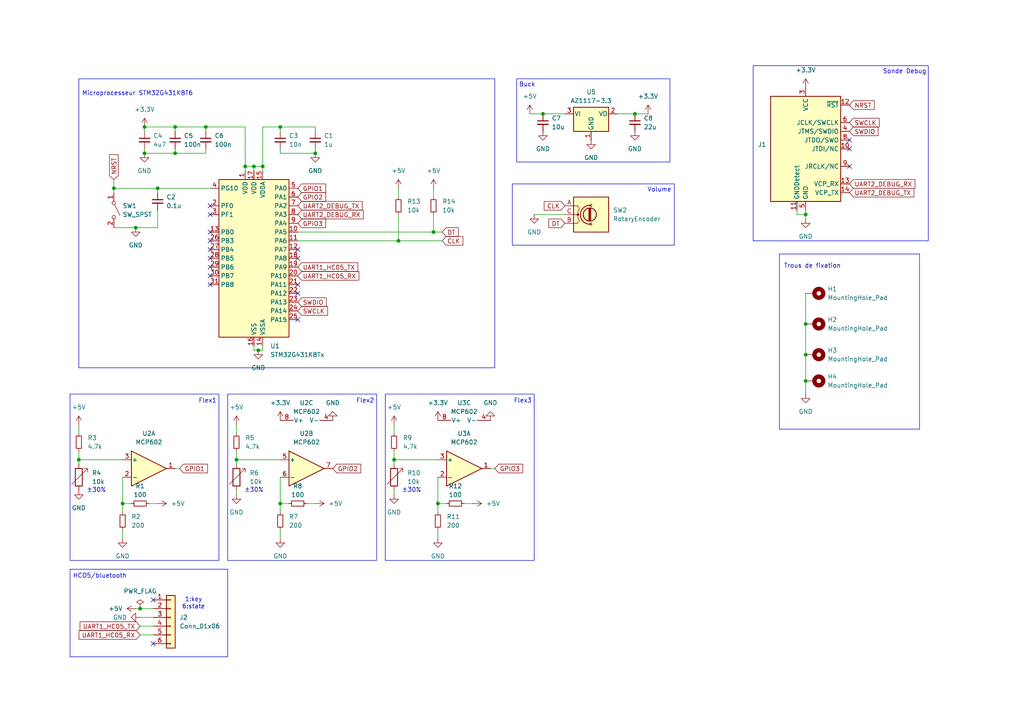
<source format=kicad_sch>
(kicad_sch (version 20231120) (generator "eeschema") (generator_version "8.0")
  (paper "A4")
  (lib_symbols
    (symbol "+5V_1" (power) (pin_numbers hide) (pin_names (offset 0) hide)
      (property "Value" "+5V" (at 0 3.556 0))
      (symbol "+5V_1_0_1"
        (polyline (pts (xy -0.762 1.27) (xy 0 2.54)))
        (polyline (pts (xy 0 0) (xy 0 2.54)))
        (polyline (pts (xy 0 2.54) (xy 0.762 1.27)))
      )
      (symbol "+5V_1_1_1"
        (pin power_in line (at 0 0 90) (length 0) (name "~") (number "1"))
      )
    )
    (symbol "Amplifier_Operational:MCP602" (pin_names (offset 0.127))
      (property "Reference" "U" (at 0 5.08 0))
      (property "Value" "MCP602" (at 0 -5.08 0))
      (symbol "MCP602_1_1"
        (polyline (pts (xy -5.08 5.08) (xy 5.08 0) (xy -5.08 -5.08) (xy -5.08 5.08)) (stroke (width 0.254)) (fill (type background)))
        (pin output line (at 7.62 0 180) (length 2.54) (name "~") (number "1"))
        (pin input line (at -7.62 -2.54 0) (length 2.54) (name "-") (number "2"))
        (pin input line (at -7.62 2.54 0) (length 2.54) (name "+") (number "3"))
      )
      (symbol "MCP602_2_1"
        (polyline (pts (xy -5.08 5.08) (xy 5.08 0) (xy -5.08 -5.08) (xy -5.08 5.08)) (stroke (width 0.254)) (fill (type background)))
        (pin input line (at -7.62 2.54 0) (length 2.54) (name "+") (number "5"))
        (pin input line (at -7.62 -2.54 0) (length 2.54) (name "-") (number "6"))
        (pin output line (at 7.62 0 180) (length 2.54) (name "~") (number "7"))
      )
      (symbol "MCP602_3_1"
        (pin power_in line (at -2.54 -7.62 90) (length 3.81) (name "V-") (number "4"))
        (pin power_in line (at -2.54 7.62 270) (length 3.81) (name "V+") (number "8"))
      )
    )
    (symbol "Connector:Conn_ST_STDC14"
      (property "Reference" "J" (at -8.89 16.51 0))
      (property "Value" "Conn_ST_STDC14" (at 17.78 16.51 0))
      (symbol "Conn_ST_STDC14_0_1"
        (rectangle (start -10.16 15.24) (end 10.16 -15.24) (stroke (width 0.254)) (fill (type background)))
      )
      (symbol "Conn_ST_STDC14_1_1"
        (pin no_connect line (at -10.16 5.08 0) (length 2.54) hide (name "NC") (number "1"))
        (pin output line (at 12.7 0 180) (length 2.54) (name "JTDI/NC") (number "10"))
        (pin passive line (at -2.54 -17.78 90) (length 2.54) (name "GNDDetect") (number "11"))
        (pin open_collector line (at 12.7 12.7 180) (length 2.54) (name "~{RST}") (number "12"))
        (pin output line (at 12.7 -10.16 180) (length 2.54) (name "VCP_RX") (number "13"))
        (pin input line (at 12.7 -12.7 180) (length 2.54) (name "VCP_TX") (number "14"))
        (pin no_connect line (at -10.16 2.54 0) (length 2.54) hide (name "NC") (number "2"))
        (pin power_in line (at 0 17.78 270) (length 2.54) (name "VCC") (number "3"))
        (pin bidirectional line (at 12.7 5.08 180) (length 2.54) (name "JTMS/SWDIO") (number "4"))
        (pin power_in line (at 0 -17.78 90) (length 2.54) (name "GND") (number "5"))
        (pin output line (at 12.7 7.62 180) (length 2.54) (name "JCLK/SWCLK") (number "6"))
        (pin passive line (at 0 -17.78 90) (length 2.54) hide (name "GND") (number "7"))
        (pin input line (at 12.7 2.54 180) (length 2.54) (name "JTDO/SWO") (number "8"))
        (pin input line (at 12.7 -5.08 180) (length 2.54) (name "JRCLK/NC") (number "9"))
      )
    )
    (symbol "Connector_Generic:Conn_01x06" (pin_names (offset 1.016) hide)
      (property "Reference" "J" (at 0 7.62 0))
      (property "Value" "Conn_01x06" (at 0 -10.16 0))
      (symbol "Conn_01x06_1_1"
        (rectangle (start -1.27 -7.493) (end 0 -7.747) (stroke (width 0.1524)))
        (rectangle (start -1.27 -4.953) (end 0 -5.207) (stroke (width 0.1524)))
        (rectangle (start -1.27 -2.413) (end 0 -2.667) (stroke (width 0.1524)))
        (rectangle (start -1.27 0.127) (end 0 -0.127) (stroke (width 0.1524)))
        (rectangle (start -1.27 2.667) (end 0 2.413) (stroke (width 0.1524)))
        (rectangle (start -1.27 5.207) (end 0 4.953) (stroke (width 0.1524)))
        (rectangle (start -1.27 6.35) (end 1.27 -8.89) (stroke (width 0.254)) (fill (type background)))
        (pin passive line (at -5.08 5.08 0) (length 3.81) (name "Pin_1") (number "1"))
        (pin passive line (at -5.08 2.54 0) (length 3.81) (name "Pin_2") (number "2"))
        (pin passive line (at -5.08 0 0) (length 3.81) (name "Pin_3") (number "3"))
        (pin passive line (at -5.08 -2.54 0) (length 3.81) (name "Pin_4") (number "4"))
        (pin passive line (at -5.08 -5.08 0) (length 3.81) (name "Pin_5") (number "5"))
        (pin passive line (at -5.08 -7.62 0) (length 3.81) (name "Pin_6") (number "6"))
      )
    )
    (symbol "Device:C_Small" (pin_numbers hide) (pin_names (offset 0.254) hide)
      (property "Reference" "C" (at 0.254 1.778 0))
      (property "Value" "C_Small" (at 0.254 -2.032 0))
      (symbol "C_Small_0_1"
        (polyline (pts (xy -1.524 -0.508) (xy 1.524 -0.508)) (stroke (width 0.3302)))
        (polyline (pts (xy -1.524 0.508) (xy 1.524 0.508)) (stroke (width 0.3048)))
      )
      (symbol "C_Small_1_1"
        (pin passive line (at 0 2.54 270) (length 2.032) (name "~") (number "1"))
        (pin passive line (at 0 -2.54 90) (length 2.032) (name "~") (number "2"))
      )
    )
    (symbol "Device:R_Small" (pin_numbers hide) (pin_names (offset 0.254) hide)
      (property "Reference" "R" (at 0.762 0.508 0))
      (property "Value" "R_Small" (at 0.762 -1.016 0))
      (symbol "R_Small_0_1"
        (rectangle (start -0.762 1.778) (end 0.762 -1.778) (stroke (width 0.2032)))
      )
      (symbol "R_Small_1_1"
        (pin passive line (at 0 2.54 270) (length 0.762) (name "~") (number "1"))
        (pin passive line (at 0 -2.54 90) (length 0.762) (name "~") (number "2"))
      )
    )
    (symbol "Device:R_Variable" (pin_numbers hide) (pin_names (offset 0))
      (property "Reference" "R" (at 2.54 -2.54 90))
      (property "Value" "R_Variable" (at -2.54 -1.27 90))
      (symbol "R_Variable_0_1"
        (rectangle (start -1.016 -2.54) (end 1.016 2.54) (stroke (width 0.254)))
        (polyline (pts (xy 2.54 1.524) (xy 2.54 2.54) (xy 1.524 2.54) (xy 2.54 2.54) (xy -2.032 -2.032)))
      )
      (symbol "R_Variable_1_1"
        (pin passive line (at 0 3.81 270) (length 1.27) (name "~") (number "1"))
        (pin passive line (at 0 -3.81 90) (length 1.27) (name "~") (number "2"))
      )
    )
    (symbol "Device:RotaryEncoder" (pin_names (offset 0.254) hide)
      (property "Reference" "SW" (at 0 6.604 0))
      (property "Value" "RotaryEncoder" (at 0 -6.604 0))
      (symbol "RotaryEncoder_0_1"
        (rectangle (start -5.08 5.08) (end 5.08 -5.08) (stroke (width 0.254)) (fill (type background)))
        (circle (center -3.81 0) (radius 0.254) (fill (type outline)))
        (circle (center -0.381 0) (radius 1.905) (stroke (width 0.254)))
        (arc (start -0.381 2.667) (mid -3.0988 -0.0635) (end -0.381 -2.794) (stroke (width 0.254)))
        (polyline (pts (xy -0.635 -1.778) (xy -0.635 1.778)) (stroke (width 0.254)))
        (polyline (pts (xy -0.381 -1.778) (xy -0.381 1.778)) (stroke (width 0.254)))
        (polyline (pts (xy -0.127 1.778) (xy -0.127 -1.778)) (stroke (width 0.254)))
        (polyline (pts (xy -5.08 -2.54) (xy -3.81 -2.54) (xy -3.81 -2.032)))
        (polyline (pts (xy -5.08 2.54) (xy -3.81 2.54) (xy -3.81 2.032)))
        (polyline (pts (xy 0.254 -3.048) (xy -0.508 -2.794) (xy 0.127 -2.413)) (stroke (width 0.254)))
        (polyline (pts (xy 0.254 2.921) (xy -0.508 2.667) (xy 0.127 2.286)) (stroke (width 0.254)))
        (polyline (pts (xy -5.08 0) (xy -3.81 0) (xy -3.81 -1.016) (xy -3.302 -2.032)))
        (polyline (pts (xy -4.318 0) (xy -3.81 0) (xy -3.81 1.016) (xy -3.302 2.032)))
      )
      (symbol "RotaryEncoder_1_1"
        (pin passive line (at -7.62 2.54 0) (length 2.54) (name "A") (number "A"))
        (pin passive line (at -7.62 -2.54 0) (length 2.54) (name "B") (number "B"))
        (pin passive line (at -7.62 0 0) (length 2.54) (name "C") (number "C"))
      )
    )
    (symbol "GND_2" (power) (pin_numbers hide) (pin_names (offset 0) hide)
      (property "Value" "GND" (at 0 -3.81 0))
      (symbol "GND_2_0_1"
        (polyline (pts (xy 0 0) (xy 0 -1.27) (xy 1.27 -1.27) (xy 0 -2.54) (xy -1.27 -1.27) (xy 0 -1.27)))
      )
      (symbol "GND_2_1_1"
        (pin power_in line (at 0 0 270) (length 0) (name "~") (number "1"))
      )
    )
    (symbol "MCU_ST_STM32G4:STM32G431KBTx"
      (property "Reference" "U" (at -10.16 24.13 0))
      (property "Value" "STM32G431KBTx" (at 5.08 24.13 0))
      (symbol "STM32G431KBTx_0_1"
        (rectangle (start -10.16 -22.86) (end 10.16 22.86) (stroke (width 0.254)) (fill (type background)))
      )
      (symbol "STM32G431KBTx_1_1"
        (pin power_in line (at -2.54 25.4 270) (length 2.54) (name "VDD") (number "1"))
        (pin bidirectional line (at 12.7 7.62 180) (length 2.54) (name "PA5") (number "10"))
        (pin bidirectional line (at 12.7 5.08 180) (length 2.54) (name "PA6") (number "11"))
        (pin bidirectional line (at 12.7 2.54 180) (length 2.54) (name "PA7") (number "12"))
        (pin bidirectional line (at -12.7 7.62 0) (length 2.54) (name "PB0") (number "13"))
        (pin power_in line (at 2.54 -25.4 90) (length 2.54) (name "VSSA") (number "14"))
        (pin power_in line (at 2.54 25.4 270) (length 2.54) (name "VDDA") (number "15"))
        (pin power_in line (at 0 -25.4 90) (length 2.54) (name "VSS") (number "16"))
        (pin power_in line (at 0 25.4 270) (length 2.54) (name "VDD") (number "17"))
        (pin bidirectional line (at 12.7 0 180) (length 2.54) (name "PA8") (number "18"))
        (pin bidirectional line (at 12.7 -2.54 180) (length 2.54) (name "PA9") (number "19"))
        (pin bidirectional line (at -12.7 15.24 0) (length 2.54) (name "PF0") (number "2"))
        (pin bidirectional line (at 12.7 -5.08 180) (length 2.54) (name "PA10") (number "20"))
        (pin bidirectional line (at 12.7 -7.62 180) (length 2.54) (name "PA11") (number "21"))
        (pin bidirectional line (at 12.7 -10.16 180) (length 2.54) (name "PA12") (number "22"))
        (pin bidirectional line (at 12.7 -12.7 180) (length 2.54) (name "PA13") (number "23"))
        (pin bidirectional line (at 12.7 -15.24 180) (length 2.54) (name "PA14") (number "24"))
        (pin bidirectional line (at 12.7 -17.78 180) (length 2.54) (name "PA15") (number "25"))
        (pin bidirectional line (at -12.7 5.08 0) (length 2.54) (name "PB3") (number "26"))
        (pin bidirectional line (at -12.7 2.54 0) (length 2.54) (name "PB4") (number "27"))
        (pin bidirectional line (at -12.7 0 0) (length 2.54) (name "PB5") (number "28"))
        (pin bidirectional line (at -12.7 -2.54 0) (length 2.54) (name "PB6") (number "29"))
        (pin bidirectional line (at -12.7 12.7 0) (length 2.54) (name "PF1") (number "3"))
        (pin bidirectional line (at -12.7 -5.08 0) (length 2.54) (name "PB7") (number "30"))
        (pin bidirectional line (at -12.7 -7.62 0) (length 2.54) (name "PB8") (number "31"))
        (pin passive line (at 0 -25.4 90) (length 2.54) hide (name "VSS") (number "32"))
        (pin bidirectional line (at -12.7 20.32 0) (length 2.54) (name "PG10") (number "4"))
        (pin bidirectional line (at 12.7 20.32 180) (length 2.54) (name "PA0") (number "5"))
        (pin bidirectional line (at 12.7 17.78 180) (length 2.54) (name "PA1") (number "6"))
        (pin bidirectional line (at 12.7 15.24 180) (length 2.54) (name "PA2") (number "7"))
        (pin bidirectional line (at 12.7 12.7 180) (length 2.54) (name "PA3") (number "8"))
        (pin bidirectional line (at 12.7 10.16 180) (length 2.54) (name "PA4") (number "9"))
      )
    )
    (symbol "Mechanical:MountingHole_Pad" (pin_numbers hide) (pin_names (offset 1.016) hide)
      (property "Reference" "H" (at 0 6.35 0))
      (property "Value" "MountingHole_Pad" (at 0 4.445 0))
      (symbol "MountingHole_Pad_0_1"
        (circle (center 0 1.27) (radius 1.27) (stroke (width 1.27)))
      )
      (symbol "MountingHole_Pad_1_1"
        (pin input line (at 0 -2.54 90) (length 2.54) (name "1") (number "1"))
      )
    )
    (symbol "Regulator_Linear:AZ1117-3.3" (pin_names (offset 0.254))
      (property "Reference" "U" (at -3.81 3.175 0))
      (property "Value" "AZ1117-3.3" (at 0 3.175 0))
      (symbol "AZ1117-3.3_0_1"
        (rectangle (start -5.08 1.905) (end 5.08 -5.08) (stroke (width 0.254)) (fill (type background)))
      )
      (symbol "AZ1117-3.3_1_1"
        (pin power_in line (at 0 -7.62 90) (length 2.54) (name "GND") (number "1"))
        (pin power_out line (at 7.62 0 180) (length 2.54) (name "VO") (number "2"))
        (pin power_in line (at -7.62 0 0) (length 2.54) (name "VI") (number "3"))
      )
    )
    (symbol "Switch:SW_SPST" (pin_names (offset 0) hide)
      (property "Reference" "SW" (at 0 3.175 0))
      (property "Value" "SW_SPST" (at 0 -2.54 0))
      (symbol "SW_SPST_0_0"
        (circle (center -2.032 0) (radius 0.508))
        (polyline (pts (xy -1.524 0.254) (xy 1.524 1.778)))
        (circle (center 2.032 0) (radius 0.508))
      )
      (symbol "SW_SPST_1_1"
        (pin passive line (at -5.08 0 0) (length 2.54) (name "A") (number "1"))
        (pin passive line (at 5.08 0 180) (length 2.54) (name "B") (number "2"))
      )
    )
    (symbol "power:+3.3V" (power) (pin_numbers hide) (pin_names (offset 0) hide)
      (property "Value" "+3.3V" (at 0 3.556 0))
      (symbol "+3.3V_0_1"
        (polyline (pts (xy -0.762 1.27) (xy 0 2.54)))
        (polyline (pts (xy 0 0) (xy 0 2.54)))
        (polyline (pts (xy 0 2.54) (xy 0.762 1.27)))
      )
      (symbol "+3.3V_1_1"
        (pin power_in line (at 0 0 90) (length 0) (name "~") (number "1"))
      )
    )
    (symbol "power:+5V" (power) (pin_numbers hide) (pin_names (offset 0) hide)
      (property "Value" "+5V" (at 0 3.556 0))
      (symbol "+5V_0_1"
        (polyline (pts (xy -0.762 1.27) (xy 0 2.54)))
        (polyline (pts (xy 0 0) (xy 0 2.54)))
        (polyline (pts (xy 0 2.54) (xy 0.762 1.27)))
      )
      (symbol "+5V_1_1"
        (pin power_in line (at 0 0 90) (length 0) (name "~") (number "1"))
      )
    )
    (symbol "power:GND" (power) (pin_numbers hide) (pin_names (offset 0) hide)
      (property "Value" "GND" (at 0 -3.81 0))
      (symbol "GND_0_1"
        (polyline (pts (xy 0 0) (xy 0 -1.27) (xy 1.27 -1.27) (xy 0 -2.54) (xy -1.27 -1.27) (xy 0 -1.27)))
      )
      (symbol "GND_1_1"
        (pin power_in line (at 0 0 270) (length 0) (name "~") (number "1"))
      )
    )
    (symbol "power:PWR_FLAG" (power) (pin_numbers hide) (pin_names (offset 0) hide)
      (property "Value" "PWR_FLAG" (at 0 3.81 0))
      (symbol "PWR_FLAG_0_0"
        (pin power_out line (at 0 0 90) (length 0) (name "~") (number "1"))
      )
      (symbol "PWR_FLAG_0_1"
        (polyline (pts (xy 0 0) (xy 0 1.27) (xy -1.016 1.905) (xy 0 2.54) (xy 1.016 1.905) (xy 0 1.27)))
      )
    )
  )
  (junction (at 184.15 33.02))
  (junction (at 233.68 110.49))
  (junction (at 22.86 133.35))
  (junction (at 33.02 54.61))
  (junction (at 125.73 67.31))
  (junction (at 45.72 54.61))
  (junction (at 41.91 44.45))
  (junction (at 76.2 48.26))
  (junction (at 71.12 48.26))
  (junction (at 81.28 146.05))
  (junction (at 50.8 36.83))
  (junction (at 233.68 62.23))
  (junction (at 74.93 101.6))
  (junction (at 81.28 36.83))
  (junction (at 233.68 102.87))
  (junction (at 157.48 33.02))
  (junction (at 68.58 133.35))
  (junction (at 73.66 48.26))
  (junction (at 41.91 36.83))
  (junction (at 35.56 146.05))
  (junction (at 39.37 66.04))
  (junction (at 114.3 133.35))
  (junction (at 127 146.05))
  (junction (at 233.68 93.98))
  (junction (at 91.44 44.45))
  (junction (at 50.8 44.45))
  (junction (at 40.64 176.53))
  (junction (at 115.57 69.85))
  (junction (at 59.69 36.83))
  (no_connect (at 60.96 82.55))
  (no_connect (at 60.96 62.23))
  (no_connect (at 60.96 72.39))
  (no_connect (at 60.96 67.31))
  (no_connect (at 86.36 82.55))
  (no_connect (at 86.36 85.09))
  (no_connect (at 60.96 80.01))
  (no_connect (at 246.38 43.18))
  (no_connect (at 246.38 40.64))
  (no_connect (at 60.96 77.47))
  (no_connect (at 60.96 74.93))
  (no_connect (at 86.36 72.39))
  (no_connect (at 60.96 59.69))
  (no_connect (at 246.38 48.26))
  (no_connect (at 86.36 92.71))
  (no_connect (at 44.45 186.69))
  (no_connect (at 86.36 74.93))
  (no_connect (at 60.96 69.85))
  (no_connect (at 44.45 173.99))
  (wire (pts (xy 81.28 43.18) (xy 81.28 44.45)))
  (wire (pts (xy 153.67 33.02) (xy 157.48 33.02)))
  (wire (pts (xy 68.58 123.19) (xy 68.58 125.73)))
  (wire (pts (xy 50.8 44.45) (xy 50.8 43.18)))
  (wire (pts (xy 76.2 48.26) (xy 73.66 48.26)))
  (wire (pts (xy 33.02 55.88) (xy 33.02 54.61)))
  (wire (pts (xy 125.73 67.31) (xy 86.36 67.31)))
  (wire (pts (xy 40.64 176.53) (xy 44.45 176.53)))
  (wire (pts (xy 73.66 101.6) (xy 74.93 101.6)))
  (wire (pts (xy 88.9 146.05) (xy 91.44 146.05)))
  (wire (pts (xy 52.07 135.89) (xy 50.8 135.89)))
  (wire (pts (xy 39.37 176.53) (xy 40.64 176.53)))
  (wire (pts (xy 233.68 85.09) (xy 233.68 93.98)))
  (wire (pts (xy 125.73 67.31) (xy 128.27 67.31)))
  (wire (pts (xy 35.56 153.67) (xy 35.56 156.21)))
  (wire (pts (xy 114.3 123.19) (xy 114.3 125.73)))
  (wire (pts (xy 134.62 146.05) (xy 137.16 146.05)))
  (wire (pts (xy 233.68 93.98) (xy 233.68 102.87)))
  (wire (pts (xy 76.2 49.53) (xy 76.2 48.26)))
  (wire (pts (xy 74.93 101.6) (xy 76.2 101.6)))
  (wire (pts (xy 127 146.05) (xy 129.54 146.05)))
  (wire (pts (xy 76.2 48.26) (xy 76.2 36.83)))
  (wire (pts (xy 114.3 133.35) (xy 114.3 134.62)))
  (wire (pts (xy 68.58 142.24) (xy 68.58 143.51)))
  (wire (pts (xy 115.57 69.85) (xy 128.27 69.85)))
  (polyline (pts (xy 226.06 73.66) (xy 226.06 124.46)))
  (wire (pts (xy 43.18 146.05) (xy 45.72 146.05)))
  (wire (pts (xy 71.12 48.26) (xy 73.66 48.26)))
  (wire (pts (xy 179.07 33.02) (xy 184.15 33.02)))
  (wire (pts (xy 157.48 33.02) (xy 163.83 33.02)))
  (wire (pts (xy 45.72 60.96) (xy 45.72 66.04)))
  (wire (pts (xy 143.51 135.89) (xy 142.24 135.89)))
  (wire (pts (xy 184.15 33.02) (xy 187.96 33.02)))
  (wire (pts (xy 71.12 48.26) (xy 71.12 49.53)))
  (wire (pts (xy 22.86 123.19) (xy 22.86 125.73)))
  (wire (pts (xy 76.2 100.33) (xy 76.2 101.6)))
  (wire (pts (xy 22.86 133.35) (xy 35.56 133.35)))
  (wire (pts (xy 81.28 44.45) (xy 91.44 44.45)))
  (wire (pts (xy 81.28 36.83) (xy 81.28 38.1)))
  (wire (pts (xy 125.73 62.23) (xy 125.73 67.31)))
  (wire (pts (xy 231.14 62.23) (xy 233.68 62.23)))
  (wire (pts (xy 127 138.43) (xy 127 146.05)))
  (wire (pts (xy 81.28 146.05) (xy 81.28 148.59)))
  (wire (pts (xy 40.64 184.15) (xy 44.45 184.15)))
  (wire (pts (xy 22.86 130.81) (xy 22.86 133.35)))
  (wire (pts (xy 45.72 54.61) (xy 45.72 55.88)))
  (wire (pts (xy 60.96 54.61) (xy 45.72 54.61)))
  (wire (pts (xy 33.02 54.61) (xy 45.72 54.61)))
  (wire (pts (xy 59.69 43.18) (xy 59.69 44.45)))
  (wire (pts (xy 41.91 36.83) (xy 41.91 38.1)))
  (wire (pts (xy 91.44 36.83) (xy 81.28 36.83)))
  (wire (pts (xy 76.2 36.83) (xy 81.28 36.83)))
  (wire (pts (xy 73.66 48.26) (xy 73.66 49.53)))
  (wire (pts (xy 22.86 133.35) (xy 22.86 134.62)))
  (wire (pts (xy 50.8 36.83) (xy 41.91 36.83)))
  (wire (pts (xy 114.3 142.24) (xy 114.3 143.51)))
  (wire (pts (xy 81.28 153.67) (xy 81.28 156.21)))
  (wire (pts (xy 71.12 36.83) (xy 59.69 36.83)))
  (wire (pts (xy 71.12 48.26) (xy 71.12 36.83)))
  (wire (pts (xy 68.58 133.35) (xy 81.28 133.35)))
  (wire (pts (xy 41.91 44.45) (xy 50.8 44.45)))
  (polyline (pts (xy 266.7 124.46) (xy 266.7 73.66)))
  (wire (pts (xy 35.56 138.43) (xy 35.56 146.05)))
  (wire (pts (xy 73.66 100.33) (xy 73.66 101.6)))
  (wire (pts (xy 59.69 36.83) (xy 50.8 36.83)))
  (wire (pts (xy 127 153.67) (xy 127 156.21)))
  (wire (pts (xy 50.8 36.83) (xy 50.8 38.1)))
  (wire (pts (xy 50.8 44.45) (xy 59.69 44.45)))
  (wire (pts (xy 68.58 130.81) (xy 68.58 133.35)))
  (wire (pts (xy 91.44 38.1) (xy 91.44 36.83)))
  (wire (pts (xy 33.02 52.07) (xy 33.02 54.61)))
  (wire (pts (xy 231.14 60.96) (xy 231.14 62.23)))
  (wire (pts (xy 81.28 138.43) (xy 81.28 146.05)))
  (wire (pts (xy 115.57 62.23) (xy 115.57 69.85)))
  (wire (pts (xy 35.56 146.05) (xy 38.1 146.05)))
  (wire (pts (xy 39.37 66.04) (xy 45.72 66.04)))
  (wire (pts (xy 127 146.05) (xy 127 148.59)))
  (wire (pts (xy 41.91 44.45) (xy 41.91 43.18)))
  (wire (pts (xy 114.3 130.81) (xy 114.3 133.35)))
  (polyline (pts (xy 226.06 124.46) (xy 266.7 124.46)))
  (wire (pts (xy 125.73 54.61) (xy 125.73 57.15)))
  (wire (pts (xy 115.57 54.61) (xy 115.57 57.15)))
  (wire (pts (xy 81.28 146.05) (xy 83.82 146.05)))
  (wire (pts (xy 40.64 181.61) (xy 44.45 181.61)))
  (wire (pts (xy 33.02 66.04) (xy 39.37 66.04)))
  (wire (pts (xy 154.94 62.23) (xy 163.83 62.23)))
  (wire (pts (xy 115.57 69.85) (xy 86.36 69.85)))
  (wire (pts (xy 35.56 146.05) (xy 35.56 148.59)))
  (wire (pts (xy 59.69 36.83) (xy 59.69 38.1)))
  (wire (pts (xy 114.3 133.35) (xy 127 133.35)))
  (wire (pts (xy 233.68 102.87) (xy 233.68 110.49)))
  (polyline (pts (xy 226.06 73.66) (xy 266.7 73.66)))
  (wire (pts (xy 91.44 44.45) (xy 91.44 43.18)))
  (wire (pts (xy 40.64 179.07) (xy 44.45 179.07)))
  (wire (pts (xy 233.68 110.49) (xy 233.68 114.3)))
  (wire (pts (xy 233.68 62.23) (xy 233.68 63.5)))
  (wire (pts (xy 233.68 60.96) (xy 233.68 62.23)))
  (wire (pts (xy 68.58 133.35) (xy 68.58 134.62)))
  (rectangle (start 218.44 19.05) (end 269.24 69.85))
  (rectangle (start 20.32 114.3) (end 63.5 162.56))
  (rectangle (start 111.76 114.3) (end 154.94 162.56))
  (rectangle (start 149.86 22.86) (end 194.31 46.99))
  (rectangle (start 20.32 165.1) (end 66.04 190.5))
  (rectangle (start 66.04 114.3) (end 109.22 162.56))
  (rectangle (start 22.86 22.86) (end 143.51 106.68))
  (rectangle (start 148.59 53.34) (end 195.58 71.12))
  (text "Volume\n" (at 191.262 55.118 0) (effects (font (size 1.27 1.27))))
  (text "1:key\n6:state\n" (at 56.134 175.006 0) (effects (font (size 1.27 1.27))))
  (text "Trous de fixation" (at 227.33 77.978 0) (effects (font (size 1.27 1.27)) (justify left bottom)))
  (text "±30%" (at 27.94 142.24 0) (effects (font (size 1.27 1.27))))
  (text "HCO5/bluetooth\n" (at 28.956 167.132 0) (effects (font (size 1.27 1.27))))
  (text "±30%" (at 119.38 142.24 0) (effects (font (size 1.27 1.27))))
  (text "Flex1" (at 60.198 116.332 0) (effects (font (size 1.27 1.27))))
  (text "Microprocesseur STM32G431KBT6\n" (at 39.878 27.178 0) (effects (font (size 1.27 1.27))))
  (text "Sonde Debug\n" (at 262.382 20.828 0) (effects (font (size 1.27 1.27))))
  (text "±30%" (at 73.66 142.24 0) (effects (font (size 1.27 1.27))))
  (text "Flex2\n" (at 105.918 116.332 0) (effects (font (size 1.27 1.27))))
  (text "Buck" (at 152.908 24.638 0) (effects (font (size 1.27 1.27))))
  (text "Flex3" (at 151.638 116.332 0) (effects (font (size 1.27 1.27))))
  (global_label "UART1_HC05_RX" (shape input) (at 40.64 184.15 180) (property "Intersheetrefs" "${INTERSHEET_REFS}" (effects (hide yes))))
  (global_label "UART2_DEBUG_RX" (shape input) (at 246.38 53.34 0) (property "Intersheetrefs" "${INTERSHEET_REFS}" (effects (hide yes))))
  (global_label "SWCLK" (shape input) (at 86.36 90.17 0) (property "Intersheetrefs" "${INTERSHEET_REFS}" (effects (hide yes))))
  (global_label "UART1_HC05_TX" (shape input) (at 86.36 77.47 0) (property "Intersheetrefs" "${INTERSHEET_REFS}" (effects (hide yes))))
  (global_label "SWDIO" (shape input) (at 86.36 87.63 0) (property "Intersheetrefs" "${INTERSHEET_REFS}" (effects (hide yes))))
  (global_label "GPIO2" (shape input) (at 86.36 57.15 0) (property "Intersheetrefs" "${INTERSHEET_REFS}" (effects (hide yes))))
  (global_label "DT" (shape input) (at 128.27 67.31 0) (property "Intersheetrefs" "${INTERSHEET_REFS}" (effects (hide yes))))
  (global_label "CLK" (shape input) (at 163.83 59.69 180) (property "Intersheetrefs" "${INTERSHEET_REFS}" (effects (hide yes))))
  (global_label "CLK" (shape input) (at 128.27 69.85 0) (property "Intersheetrefs" "${INTERSHEET_REFS}" (effects (hide yes))))
  (global_label "GPIO1" (shape input) (at 52.07 135.89 0) (property "Intersheetrefs" "${INTERSHEET_REFS}" (effects (hide yes))))
  (global_label "GPIO1" (shape input) (at 86.36 54.61 0) (property "Intersheetrefs" "${INTERSHEET_REFS}" (effects (hide yes))))
  (global_label "UART2_DEBUG_RX" (shape input) (at 86.36 62.23 0) (property "Intersheetrefs" "${INTERSHEET_REFS}" (effects (hide yes))))
  (global_label "NRST" (shape input) (at 33.02 52.07 90) (property "Intersheetrefs" "${INTERSHEET_REFS}" (effects (hide yes))))
  (global_label "GPIO2" (shape input) (at 96.52 135.89 0) (property "Intersheetrefs" "${INTERSHEET_REFS}" (effects (hide yes))))
  (global_label "UART2_DEBUG_TX" (shape input) (at 86.36 59.69 0) (property "Intersheetrefs" "${INTERSHEET_REFS}" (effects (hide yes))))
  (global_label "NRST" (shape input) (at 246.38 30.48 0) (property "Intersheetrefs" "${INTERSHEET_REFS}" (effects (hide yes))))
  (global_label "SWDIO" (shape input) (at 246.38 38.1 0) (property "Intersheetrefs" "${INTERSHEET_REFS}" (effects (hide yes))))
  (global_label "GPIO3" (shape input) (at 86.36 64.77 0) (property "Intersheetrefs" "${INTERSHEET_REFS}" (effects (hide yes))))
  (global_label "SWCLK" (shape input) (at 246.38 35.56 0) (property "Intersheetrefs" "${INTERSHEET_REFS}" (effects (hide yes))))
  (global_label "DT" (shape input) (at 163.83 64.77 180) (property "Intersheetrefs" "${INTERSHEET_REFS}" (effects (hide yes))))
  (global_label "UART1_HC05_RX" (shape input) (at 86.36 80.01 0) (property "Intersheetrefs" "${INTERSHEET_REFS}" (effects (hide yes))))
  (global_label "UART1_HC05_TX" (shape input) (at 40.64 181.61 180) (property "Intersheetrefs" "${INTERSHEET_REFS}" (effects (hide yes))))
  (global_label "GPIO3" (shape input) (at 143.51 135.89 0) (property "Intersheetrefs" "${INTERSHEET_REFS}" (effects (hide yes))))
  (global_label "UART2_DEBUG_TX" (shape input) (at 246.38 55.88 0) (property "Intersheetrefs" "${INTERSHEET_REFS}" (effects (hide yes))))
  (symbol (lib_id "Device:C_Small") (at 50.8 40.64 0) (unit 1)
    (property "Reference" "C5" (at 53.34 39.3762 0) (effects (justify left)))
    (property "Value" "100n" (at 53.34 41.9162 0) (effects (justify left)))
    (property "Footprint" "Capacitor_SMD:C_0402_1005Metric" (effects (hide yes)))
    (property "Description" "Unpolarized capacitor, small symbol" (effects (hide yes)))
  )
  (symbol (lib_id "power:GND") (at 81.28 156.21 0) (unit 1)
    (property "Reference" "#PWR014" (effects (hide yes)))
    (property "Value" "GND" (at 81.28 161.29 0))
    (property "Description" "Power symbol creates a global label with name \"GND\" , ground" (effects (hide yes)))
  )
  (symbol (lib_id "Device:R_Variable") (at 22.86 138.43 0) (unit 1)
    (property "Reference" "R4" (at 26.67 137.1599 0) (effects (justify left)))
    (property "Value" "10k" (at 26.67 139.6999 0) (effects (justify left)))
    (property "Footprint" "Resistor_SMD:R_2512_6332Metric" (effects (hide yes)))
    (property "Datasheet" "https://github.com/mael-lukas/2425_Projet2A_Animatronic/blob/main/Datasheets/Flex_Sensor_Datasheet_v2019a-3304101.pdf" (effects (hide yes)))
    (property "Description" "Variable resistor" (effects (hide yes)))
  )
  (symbol (lib_id "power:GND") (at 91.44 44.45 0) (unit 1)
    (property "Reference" "#PWR03" (effects (hide yes)))
    (property "Value" "GND" (at 91.44 49.53 0))
    (property "Description" "Power symbol creates a global label with name \"GND\" , ground" (effects (hide yes)))
  )
  (symbol (lib_id "power:+5V") (at 68.58 123.19 0) (unit 1)
    (property "Reference" "#PWR012" (effects (hide yes)))
    (property "Value" "+5V" (at 68.58 118.11 0))
    (property "Description" "Power symbol creates a global label with name \"+5V\"" (effects (hide yes)))
  )
  (symbol (lib_id "power:+3.3V") (at 127 121.92 0) (unit 1)
    (property "Reference" "#PWR032" (effects (hide yes)))
    (property "Value" "+3.3V" (at 127 116.84 0))
    (property "Description" "Power symbol creates a global label with name \"+3.3V\"" (effects (hide yes)))
  )
  (symbol (lib_id "power:GND") (at 127 156.21 0) (unit 1)
    (property "Reference" "#PWR018" (effects (hide yes)))
    (property "Value" "GND" (at 127 161.29 0))
    (property "Description" "Power symbol creates a global label with name \"GND\" , ground" (effects (hide yes)))
  )
  (symbol (lib_id "power:+3.3V") (at 81.28 121.92 0) (unit 1)
    (property "Reference" "#PWR030" (effects (hide yes)))
    (property "Value" "+3.3V" (at 81.28 116.84 0))
    (property "Description" "Power symbol creates a global label with name \"+3.3V\"" (effects (hide yes)))
  )
  (symbol (lib_id "Amplifier_Operational:MCP602") (at 134.62 119.38 90) (unit 3)
    (property "Reference" "U3" (at 134.62 116.84 90))
    (property "Value" "MCP602" (at 134.62 119.38 90))
    (property "Footprint" "Package_SO:SOIC-8_3.9x4.9mm_P1.27mm" (effects (hide yes)))
    (property "Datasheet" "http://ww1.microchip.com/downloads/en/DeviceDoc/21314g.pdf" (effects (hide yes)))
    (property "Description" "Dual 2.7V to 6.0V Single Supply CMOS Op Amps, DIP-8/SOIC-8/TSSOP-8" (effects (hide yes)))
  )
  (symbol (lib_id "power:+5V") (at 114.3 123.19 0) (unit 1)
    (property "Reference" "#PWR016" (effects (hide yes)))
    (property "Value" "+5V" (at 114.3 118.11 0))
    (property "Description" "Power symbol creates a global label with name \"+5V\"" (effects (hide yes)))
  )
  (symbol (lib_id "Device:C_Small") (at 157.48 35.56 0) (unit 1)
    (property "Reference" "C7" (at 160.02 34.2963 0) (effects (justify left)))
    (property "Value" "10u" (at 160.02 36.8363 0) (effects (justify left)))
    (property "Footprint" "Capacitor_SMD:C_0402_1005Metric" (effects (hide yes)))
  )
  (symbol (lib_id "Mechanical:MountingHole_Pad") (at 236.22 110.49 270) (unit 1)
    (property "Reference" "H4" (at 240.03 109.22 90) (effects (justify left)))
    (property "Value" "MountingHole_Pad" (at 240.03 111.76 90) (effects (justify left)))
    (property "Footprint" "MountingHole:MountingHole_3.2mm_M3_Pad_Via" (effects (hide yes)))
  )
  (symbol (lib_id "Regulator_Linear:AZ1117-3.3") (at 171.45 33.02 0) (unit 1)
    (property "Reference" "U5" (at 171.45 26.67 0))
    (property "Value" "AZ1117-3.3" (at 171.45 29.21 0))
    (property "Footprint" "Package_TO_SOT_SMD:SOT-223-3_TabPin2" (effects (hide yes)))
    (property "Datasheet" "https://www.diodes.com/assets/Datasheets/AZ1117.pdf" (effects (hide yes)))
    (property "MPN" "AZ1117CH2-3.3TRG1" (effects (hide yes)))
  )
  (symbol (lib_id "Device:C_Small") (at 91.44 40.64 0) (unit 1)
    (property "Reference" "C1" (at 93.98 39.3762 0) (effects (justify left)))
    (property "Value" "1u" (at 93.98 41.9162 0) (effects (justify left)))
    (property "Footprint" "Capacitor_SMD:C_0402_1005Metric" (effects (hide yes)))
    (property "Description" "Unpolarized capacitor, small symbol" (effects (hide yes)))
  )
  (symbol (lib_id "power:+3.3V") (at 41.91 36.83 0) (unit 1)
    (property "Reference" "#PWR01" (effects (hide yes)))
    (property "Value" "+3.3V" (at 41.91 31.75 0))
    (property "Description" "Power symbol creates a global label with name \"+3.3V\"" (effects (hide yes)))
  )
  (symbol (lib_id "Amplifier_Operational:MCP602") (at 43.18 135.89 0) (unit 1)
    (property "Reference" "U2" (at 43.18 125.73 0))
    (property "Value" "MCP602" (at 43.18 128.27 0))
    (property "Footprint" "Package_SO:SOIC-8_3.9x4.9mm_P1.27mm" (effects (hide yes)))
    (property "Datasheet" "http://ww1.microchip.com/downloads/en/DeviceDoc/21314g.pdf" (effects (hide yes)))
    (property "Description" "Dual 2.7V to 6.0V Single Supply CMOS Op Amps, DIP-8/SOIC-8/TSSOP-8" (effects (hide yes)))
  )
  (symbol (lib_id "power:GND") (at 68.58 143.51 0) (unit 1)
    (property "Reference" "#PWR013" (effects (hide yes)))
    (property "Value" "GND" (at 68.58 148.59 0))
    (property "Description" "Power symbol creates a global label with name \"GND\" , ground" (effects (hide yes)))
  )
  (symbol (lib_id "Device:C_Small") (at 184.15 35.56 0) (unit 1)
    (property "Reference" "C8" (at 186.69 34.2963 0) (effects (justify left)))
    (property "Value" "22u" (at 186.69 36.8363 0) (effects (justify left)))
    (property "Footprint" "Capacitor_SMD:C_Elec_5x5.4" (effects (hide yes)))
  )
  (symbol (lib_id "Device:R_Small") (at 114.3 128.27 0) (unit 1)
    (property "Reference" "R9" (at 116.84 126.9999 0) (effects (justify left)))
    (property "Value" "4.7k" (at 116.84 129.5399 0) (effects (justify left)))
    (property "Footprint" "Resistor_SMD:R_0402_1005Metric" (effects (hide yes)))
    (property "Description" "Resistor, small symbol" (effects (hide yes)))
  )
  (symbol (lib_id "power:GND") (at 233.68 63.5 0) (unit 1)
    (property "Reference" "#PWR029" (effects (hide yes)))
    (property "Value" "GND" (at 233.68 68.58 0))
  )
  (symbol (lib_id "Switch:SW_SPST") (at 33.02 60.96 270) (unit 1)
    (property "Reference" "SW1" (at 35.56 59.6899 90) (effects (justify left)))
    (property "Value" "SW_SPST" (at 35.56 62.2299 90) (effects (justify left)))
    (property "Footprint" "Button_Switch_THT:SW_PUSH_6mm_H9.5mm" (effects (hide yes)))
    (property "Description" "Single Pole Single Throw (SPST) switch" (effects (hide yes)))
  )
  (symbol (lib_id "power:GND") (at 142.24 121.92 180) (unit 1)
    (property "Reference" "#PWR033" (effects (hide yes)))
    (property "Value" "GND" (at 142.24 116.84 0))
    (property "Description" "Power symbol creates a global label with name \"GND\" , ground" (effects (hide yes)))
  )
  (symbol (lib_id "Device:R_Small") (at 115.57 59.69 0) (unit 1)
    (property "Reference" "R13" (at 118.11 58.4199 0) (effects (justify left)))
    (property "Value" "10k" (at 118.11 60.9599 0) (effects (justify left)))
    (property "Footprint" "Resistor_SMD:R_0402_1005Metric" (effects (hide yes)))
    (property "Description" "Resistor, small symbol" (effects (hide yes)))
  )
  (symbol (lib_id "power:+5V") (at 45.72 146.05 270) (unit 1)
    (property "Reference" "#PWR011" (effects (hide yes)))
    (property "Value" "+5V" (at 49.53 146.0499 90) (effects (justify left)))
    (property "Description" "Power symbol creates a global label with name \"+5V\"" (effects (hide yes)))
  )
  (symbol (lib_id "Device:C_Small") (at 41.91 40.64 0) (unit 1)
    (property "Reference" "C4" (at 44.45 39.3762 0) (effects (justify left)))
    (property "Value" "4u7" (at 44.45 41.9162 0) (effects (justify left)))
    (property "Footprint" "Capacitor_SMD:C_0402_1005Metric" (effects (hide yes)))
    (property "Description" "Unpolarized capacitor, small symbol" (effects (hide yes)))
  )
  (symbol (lib_id "Device:RotaryEncoder") (at 171.45 62.23 0) (unit 1)
    (property "Reference" "SW2" (at 177.8 60.9599 0) (effects (justify left)))
    (property "Value" "RotaryEncoder" (at 177.8 63.4999 0) (effects (justify left)))
    (property "Footprint" "Rotary_Encoder:RotaryEncoder_Alps_EC12E_Vertical_H20mm" (effects (hide yes)))
    (property "Datasheet" "https://www.mouser.lu/datasheet/2/15/EC12E-1370769.pdf" (effects (hide yes)))
    (property "Description" "Rotary encoder, dual channel, incremental quadrate outputs" (effects (hide yes)))
  )
  (symbol (lib_id "power:GND") (at 41.91 44.45 0) (unit 1)
    (property "Reference" "#PWR05" (effects (hide yes)))
    (property "Value" "GND" (at 41.91 49.53 0))
    (property "Description" "Power symbol creates a global label with name \"GND\" , ground" (effects (hide yes)))
  )
  (symbol (lib_name "GND_2") (lib_id "power:GND") (at 40.64 179.07 270) (unit 1)
    (property "Reference" "#PWR07" (effects (hide yes)))
    (property "Value" "GND" (at 36.83 179.0699 90) (effects (justify right)))
    (property "Description" "Power symbol creates a global label with name \"GND\" , ground" (effects (hide yes)))
  )
  (symbol (lib_name "+5V_1") (lib_id "power:+5V") (at 39.37 176.53 90) (unit 1)
    (property "Reference" "#PWR06" (effects (hide yes)))
    (property "Value" "+5V" (at 35.56 176.5299 90) (effects (justify left)))
    (property "Description" "Power symbol creates a global label with name \"+5V\"" (effects (hide yes)))
  )
  (symbol (lib_id "Device:R_Small") (at 22.86 128.27 0) (unit 1)
    (property "Reference" "R3" (at 25.4 126.9999 0) (effects (justify left)))
    (property "Value" "4.7k" (at 25.4 129.5399 0) (effects (justify left)))
    (property "Footprint" "Resistor_SMD:R_0402_1005Metric" (effects (hide yes)))
    (property "Description" "Resistor, small symbol" (effects (hide yes)))
  )
  (symbol (lib_id "Device:R_Small") (at 40.64 146.05 90) (unit 1)
    (property "Reference" "R1" (at 40.64 140.97 90))
    (property "Value" "100" (at 40.64 143.51 90))
    (property "Footprint" "Resistor_SMD:R_0402_1005Metric" (effects (hide yes)))
    (property "Description" "Resistor, small symbol" (effects (hide yes)))
  )
  (symbol (lib_id "power:GND") (at 22.86 142.24 0) (unit 1)
    (property "Reference" "#PWR09" (effects (hide yes)))
    (property "Value" "GND" (at 22.86 147.32 0))
    (property "Description" "Power symbol creates a global label with name \"GND\" , ground" (effects (hide yes)))
  )
  (symbol (lib_id "power:GND") (at 154.94 62.23 0) (unit 1)
    (property "Reference" "#PWR025" (effects (hide yes)))
    (property "Value" "GND" (at 154.94 67.31 0))
    (property "Description" "Power symbol creates a global label with name \"GND\" , ground" (effects (hide yes)))
  )
  (symbol (lib_id "Device:R_Small") (at 81.28 151.13 0) (unit 1)
    (property "Reference" "R7" (at 83.82 149.8599 0) (effects (justify left)))
    (property "Value" "200" (at 83.82 152.3999 0) (effects (justify left)))
    (property "Footprint" "Resistor_SMD:R_0402_1005Metric" (effects (hide yes)))
    (property "Description" "Resistor, small symbol" (effects (hide yes)))
  )
  (symbol (lib_id "power:+5V") (at 137.16 146.05 270) (unit 1)
    (property "Reference" "#PWR019" (effects (hide yes)))
    (property "Value" "+5V" (at 140.97 146.0499 90) (effects (justify left)))
    (property "Description" "Power symbol creates a global label with name \"+5V\"" (effects (hide yes)))
  )
  (symbol (lib_id "Device:R_Small") (at 86.36 146.05 90) (unit 1)
    (property "Reference" "R8" (at 86.36 140.97 90))
    (property "Value" "100" (at 86.36 143.51 90))
    (property "Footprint" "Resistor_SMD:R_0402_1005Metric" (effects (hide yes)))
    (property "Description" "Resistor, small symbol" (effects (hide yes)))
  )
  (symbol (lib_id "power:+5V") (at 91.44 146.05 270) (unit 1)
    (property "Reference" "#PWR015" (effects (hide yes)))
    (property "Value" "+5V" (at 95.25 146.0499 90) (effects (justify left)))
    (property "Description" "Power symbol creates a global label with name \"+5V\"" (effects (hide yes)))
  )
  (symbol (lib_id "Connector_Generic:Conn_01x06") (at 49.53 179.07 0) (unit 1)
    (property "Reference" "J2" (at 52.07 179.0699 0) (effects (justify left)))
    (property "Value" "Conn_01x06" (at 52.07 181.6099 0) (effects (justify left)))
    (property "Footprint" "Connector_JST:JST_EH_B6B-EH-A_1x06_P2.50mm_Vertical" (effects (hide yes)))
    (property "Description" "Generic connector, single row, 01x06, script generated (kicad-library-utils/schlib/autogen/connector/)" (effects (hide yes)))
  )
  (symbol (lib_id "Device:R_Variable") (at 114.3 138.43 0) (unit 1)
    (property "Reference" "R10" (at 118.11 137.1599 0) (effects (justify left)))
    (property "Value" "10k" (at 118.11 139.6999 0) (effects (justify left)))
    (property "Footprint" "Resistor_SMD:R_2512_6332Metric" (effects (hide yes)))
    (property "Datasheet" "https://github.com/mael-lukas/2425_Projet2A_Animatronic/blob/main/Datasheets/Flex_Sensor_Datasheet_v2019a-3304101.pdf" (effects (hide yes)))
    (property "Description" "Variable resistor" (effects (hide yes)))
  )
  (symbol (lib_id "Amplifier_Operational:MCP602") (at 88.9 135.89 0) (unit 2)
    (property "Reference" "U2" (at 88.9 125.73 0))
    (property "Value" "MCP602" (at 88.9 128.27 0))
    (property "Footprint" "Package_SO:SOIC-8_3.9x4.9mm_P1.27mm" (effects (hide yes)))
    (property "Datasheet" "http://ww1.microchip.com/downloads/en/DeviceDoc/21314g.pdf" (effects (hide yes)))
    (property "Description" "Dual 2.7V to 6.0V Single Supply CMOS Op Amps, DIP-8/SOIC-8/TSSOP-8" (effects (hide yes)))
  )
  (symbol (lib_id "power:+5V") (at 153.67 33.02 0) (unit 1)
    (property "Reference" "#PWR020" (effects (hide yes)))
    (property "Value" "+5V" (at 153.67 27.94 0))
  )
  (symbol (lib_id "power:GND") (at 233.68 114.3 0) (unit 1)
    (property "Reference" "#PWR034" (effects (hide yes)))
    (property "Value" "GND" (at 233.68 119.38 0))
  )
  (symbol (lib_id "power:+5V") (at 125.73 54.61 0) (unit 1)
    (property "Reference" "#PWR027" (effects (hide yes)))
    (property "Value" "+5V" (at 125.73 49.53 0))
    (property "Description" "Power symbol creates a global label with name \"+5V\"" (effects (hide yes)))
  )
  (symbol (lib_id "Device:C_Small") (at 81.28 40.64 0) (unit 1)
    (property "Reference" "C3" (at 83.82 39.3762 0) (effects (justify left)))
    (property "Value" "10n" (at 83.82 41.9162 0) (effects (justify left)))
    (property "Footprint" "Capacitor_SMD:C_0402_1005Metric" (effects (hide yes)))
    (property "Description" "Unpolarized capacitor, small symbol" (effects (hide yes)))
  )
  (symbol (lib_id "Connector:Conn_ST_STDC14") (at 233.68 43.18 0) (unit 1)
    (property "Reference" "J1" (at 222.25 41.9099 0) (effects (justify right)))
    (property "Value" "Conn_ST_STDC14" (effects (hide yes)))
    (property "Footprint" "Connector_PinHeader_1.27mm:PinHeader_2x07_P1.27mm_Vertical_SMD" (effects (hide yes)))
    (property "Datasheet" "https://www.st.com/content/ccc/resource/technical/document/user_manual/group1/99/49/91/b6/b2/3a/46/e5/DM00526767/files/DM00526767.pdf/jcr:content/translations/en.DM00526767.pdf" (effects (hide yes)))
    (property "Description" "ST Debug Connector, standard ARM Cortex-M SWD and JTAG interface plus UART" (effects (hide yes)))
  )
  (symbol (lib_id "power:+5V") (at 115.57 54.61 0) (unit 1)
    (property "Reference" "#PWR026" (effects (hide yes)))
    (property "Value" "+5V" (at 115.57 49.53 0))
    (property "Description" "Power symbol creates a global label with name \"+5V\"" (effects (hide yes)))
  )
  (symbol (lib_id "power:+3.3V") (at 187.96 33.02 0) (unit 1)
    (property "Reference" "#PWR024" (effects (hide yes)))
    (property "Value" "+3.3V" (at 187.96 27.94 0))
  )
  (symbol (lib_id "power:+5V") (at 22.86 123.19 0) (unit 1)
    (property "Reference" "#PWR08" (effects (hide yes)))
    (property "Value" "+5V" (at 22.86 118.11 0))
    (property "Description" "Power symbol creates a global label with name \"+5V\"" (effects (hide yes)))
  )
  (symbol (lib_id "power:GND") (at 39.37 66.04 0) (unit 1)
    (property "Reference" "#PWR04" (effects (hide yes)))
    (property "Value" "GND" (at 39.37 71.12 0))
    (property "Description" "Power symbol creates a global label with name \"GND\" , ground" (effects (hide yes)))
  )
  (symbol (lib_id "Device:R_Small") (at 35.56 151.13 0) (unit 1)
    (property "Reference" "R2" (at 38.1 149.8599 0) (effects (justify left)))
    (property "Value" "200" (at 38.1 152.3999 0) (effects (justify left)))
    (property "Footprint" "Resistor_SMD:R_0402_1005Metric" (effects (hide yes)))
    (property "Description" "Resistor, small symbol" (effects (hide yes)))
  )
  (symbol (lib_id "power:GND") (at 184.15 38.1 0) (unit 1)
    (property "Reference" "#PWR023" (effects (hide yes)))
    (property "Value" "GND" (at 184.15 43.18 0))
  )
  (symbol (lib_id "power:GND") (at 35.56 156.21 0) (unit 1)
    (property "Reference" "#PWR010" (effects (hide yes)))
    (property "Value" "GND" (at 35.56 161.29 0))
    (property "Description" "Power symbol creates a global label with name \"GND\" , ground" (effects (hide yes)))
  )
  (symbol (lib_id "Device:C_Small") (at 45.72 58.42 0) (unit 1)
    (property "Reference" "C2" (at 48.26 57.1562 0) (effects (justify left)))
    (property "Value" "0.1u" (at 48.26 59.6962 0) (effects (justify left)))
    (property "Footprint" "Capacitor_SMD:C_0402_1005Metric" (effects (hide yes)))
    (property "Description" "Unpolarized capacitor, small symbol" (effects (hide yes)))
  )
  (symbol (lib_id "Mechanical:MountingHole_Pad") (at 236.22 93.98 270) (unit 1)
    (property "Reference" "H2" (at 240.03 92.71 90) (effects (justify left)))
    (property "Value" "MountingHole_Pad" (at 240.03 95.25 90) (effects (justify left)))
    (property "Footprint" "MountingHole:MountingHole_3.2mm_M3_Pad_Via" (effects (hide yes)))
  )
  (symbol (lib_id "Mechanical:MountingHole_Pad") (at 236.22 85.09 270) (unit 1)
    (property "Reference" "H1" (at 240.03 83.82 90) (effects (justify left)))
    (property "Value" "MountingHole_Pad" (at 240.03 86.36 90) (effects (justify left)))
    (property "Footprint" "MountingHole:MountingHole_3.2mm_M3_Pad_Via" (effects (hide yes)))
  )
  (symbol (lib_id "power:PWR_FLAG") (at 40.64 176.53 0) (unit 1)
    (property "Reference" "#FLG01" (effects (hide yes)))
    (property "Value" "PWR_FLAG" (at 40.64 171.45 0))
    (property "Description" "Special symbol for telling ERC where power comes from" (effects (hide yes)))
  )
  (symbol (lib_id "power:GND") (at 74.93 101.6 0) (unit 1)
    (property "Reference" "#PWR02" (effects (hide yes)))
    (property "Value" "GND" (at 74.93 106.68 0))
    (property "Description" "Power symbol creates a global label with name \"GND\" , ground" (effects (hide yes)))
  )
  (symbol (lib_id "power:GND") (at 171.45 40.64 0) (unit 1)
    (property "Reference" "#PWR022" (effects (hide yes)))
    (property "Value" "GND" (at 171.45 45.72 0))
  )
  (symbol (lib_id "power:GND") (at 114.3 143.51 0) (unit 1)
    (property "Reference" "#PWR017" (effects (hide yes)))
    (property "Value" "GND" (at 114.3 148.59 0))
    (property "Description" "Power symbol creates a global label with name \"GND\" , ground" (effects (hide yes)))
  )
  (symbol (lib_id "Amplifier_Operational:MCP602") (at 88.9 119.38 90) (unit 3)
    (property "Reference" "U2" (at 88.9 116.84 90))
    (property "Value" "MCP602" (at 88.9 119.38 90))
    (property "Footprint" "Package_SO:SOIC-8_3.9x4.9mm_P1.27mm" (effects (hide yes)))
    (property "Datasheet" "http://ww1.microchip.com/downloads/en/DeviceDoc/21314g.pdf" (effects (hide yes)))
    (property "Description" "Dual 2.7V to 6.0V Single Supply CMOS Op Amps, DIP-8/SOIC-8/TSSOP-8" (effects (hide yes)))
  )
  (symbol (lib_id "power:GND") (at 96.52 121.92 180) (unit 1)
    (property "Reference" "#PWR031" (effects (hide yes)))
    (property "Value" "GND" (at 96.52 116.84 0))
    (property "Description" "Power symbol creates a global label with name \"GND\" , ground" (effects (hide yes)))
  )
  (symbol (lib_id "Device:C_Small") (at 59.69 40.64 0) (unit 1)
    (property "Reference" "C6" (at 62.23 39.3762 0) (effects (justify left)))
    (property "Value" "100n" (at 62.23 41.9162 0) (effects (justify left)))
    (property "Footprint" "Capacitor_SMD:C_0402_1005Metric" (effects (hide yes)))
    (property "Description" "Unpolarized capacitor, small symbol" (effects (hide yes)))
  )
  (symbol (lib_id "Amplifier_Operational:MCP602") (at 134.62 135.89 0) (unit 1)
    (property "Reference" "U3" (at 134.62 125.73 0))
    (property "Value" "MCP602" (at 134.62 128.27 0))
    (property "Footprint" "Package_SO:SOIC-8_3.9x4.9mm_P1.27mm" (effects (hide yes)))
    (property "Datasheet" "http://ww1.microchip.com/downloads/en/DeviceDoc/21314g.pdf" (effects (hide yes)))
    (property "Description" "Dual 2.7V to 6.0V Single Supply CMOS Op Amps, DIP-8/SOIC-8/TSSOP-8" (effects (hide yes)))
  )
  (symbol (lib_id "Device:R_Small") (at 68.58 128.27 0) (unit 1)
    (property "Reference" "R5" (at 71.12 126.9999 0) (effects (justify left)))
    (property "Value" "4.7k" (at 71.12 129.5399 0) (effects (justify left)))
    (property "Footprint" "Resistor_SMD:R_0402_1005Metric" (effects (hide yes)))
    (property "Description" "Resistor, small symbol" (effects (hide yes)))
  )
  (symbol (lib_id "Device:R_Small") (at 132.08 146.05 90) (unit 1)
    (property "Reference" "R12" (at 132.08 140.97 90))
    (property "Value" "100" (at 132.08 143.51 90))
    (property "Footprint" "Resistor_SMD:R_0402_1005Metric" (effects (hide yes)))
    (property "Description" "Resistor, small symbol" (effects (hide yes)))
  )
  (symbol (lib_id "power:GND") (at 157.48 38.1 0) (unit 1)
    (property "Reference" "#PWR021" (effects (hide yes)))
    (property "Value" "GND" (at 157.48 43.18 0))
  )
  (symbol (lib_id "Device:R_Variable") (at 68.58 138.43 0) (unit 1)
    (property "Reference" "R6" (at 72.39 137.1599 0) (effects (justify left)))
    (property "Value" "10k" (at 72.39 139.6999 0) (effects (justify left)))
    (property "Footprint" "Resistor_SMD:R_2512_6332Metric" (effects (hide yes)))
    (property "Datasheet" "https://github.com/mael-lukas/2425_Projet2A_Animatronic/blob/main/Datasheets/Flex_Sensor_Datasheet_v2019a-3304101.pdf" (effects (hide yes)))
    (property "Description" "Variable resistor" (effects (hide yes)))
  )
  (symbol (lib_id "power:+3.3V") (at 233.68 25.4 0) (unit 1)
    (property "Reference" "#PWR028" (effects (hide yes)))
    (property "Value" "+3.3V" (at 233.68 20.32 0))
  )
  (symbol (lib_id "MCU_ST_STM32G4:STM32G431KBTx") (at 73.66 74.93 0) (unit 1)
    (property "Reference" "U1" (at 78.3941 100.33 0) (effects (justify left)))
    (property "Value" "STM32G431KBTx" (at 78.3941 102.87 0) (effects (justify left)))
    (property "Footprint" "Package_QFP:LQFP-32_7x7mm_P0.8mm" (effects (hide yes)))
    (property "Datasheet" "https://www.st.com/resource/en/datasheet/stm32g431kb.pdf" (effects (hide yes)))
    (property "Description" "STMicroelectronics Arm Cortex-M4 MCU, 128KB flash, 32KB RAM, 170 MHz, 1.71-3.6V, 26 GPIO, LQFP32" (effects (hide yes)))
  )
  (symbol (lib_id "Device:R_Small") (at 127 151.13 0) (unit 1)
    (property "Reference" "R11" (at 129.54 149.8599 0) (effects (justify left)))
    (property "Value" "200" (at 129.54 152.3999 0) (effects (justify left)))
    (property "Footprint" "Resistor_SMD:R_0402_1005Metric" (effects (hide yes)))
    (property "Description" "Resistor, small symbol" (effects (hide yes)))
  )
  (symbol (lib_id "Device:R_Small") (at 125.73 59.69 0) (unit 1)
    (property "Reference" "R14" (at 128.27 58.4199 0) (effects (justify left)))
    (property "Value" "10k" (at 128.27 60.9599 0) (effects (justify left)))
    (property "Footprint" "Resistor_SMD:R_0402_1005Metric" (effects (hide yes)))
    (property "Description" "Resistor, small symbol" (effects (hide yes)))
  )
  (symbol (lib_id "Mechanical:MountingHole_Pad") (at 236.22 102.87 270) (unit 1)
    (property "Reference" "H3" (at 240.03 101.6 90) (effects (justify left)))
    (property "Value" "MountingHole_Pad" (at 240.03 104.14 90) (effects (justify left)))
    (property "Footprint" "MountingHole:MountingHole_3.2mm_M3_Pad_Via" (effects (hide yes)))
  )
)
</source>
